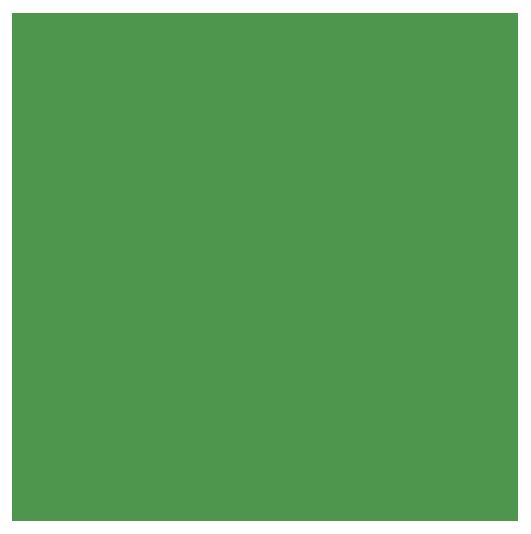
<source format=gbl>
G04 ===== Begin FILE IDENTIFICATION =====*
G04 File Format:  Gerber RS274X*
G04 ===== End FILE IDENTIFICATION =====*
%FSLAX24Y24*%
%MOIN*%
%SFA1.0000B1.0000*%
%OFA0.0B0.0*%
%ADD14R,1.685000X1.695000*%
%LNcond2*%
%IPPOS*%
%LPD*%
G75*
D14*
X-3025Y-725D03*
M02*


</source>
